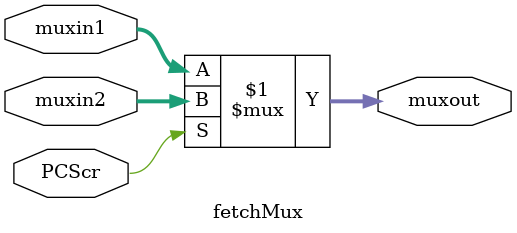
<source format=v>
`timescale 1ns / 1ps


module fetchMux(
    output [31:0]muxout,
    input PCScr,
    input [31:0]muxin1,
    input [31:0]muxin2 
    );
    
    assign muxout = (PCScr) ? muxin2 : muxin1;

endmodule

</source>
